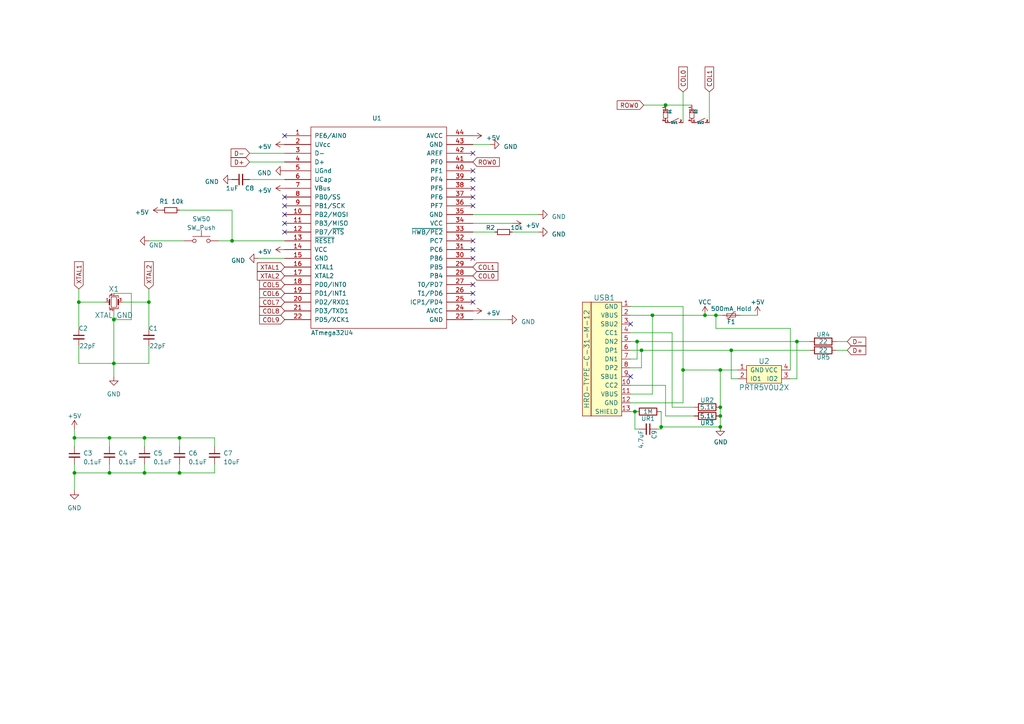
<source format=kicad_sch>
(kicad_sch (version 20230121) (generator eeschema)
  (paper "A4")
  (lib_symbols
    (symbol "Device:C_Small" (pin_numbers hide) (pin_names (offset 0.254) hide)
      (property "Reference" "C" (at 0.254 1.778 0))
      (property "Value" "C_Small" (at 0.254 -2.032 0))
      (symbol "C_Small_0_1"
        (polyline (pts (xy -1.524 -0.508) (xy 1.524 -0.508)) (stroke (width 0.3302)))
        (polyline (pts (xy -1.524 0.508) (xy 1.524 0.508)) (stroke (width 0.3048)))
      )
      (symbol "C_Small_1_1"
        (pin passive line (at 0 2.54 270) (length 2.032) (name "~") (number "1"))
        (pin passive line (at 0 -2.54 90) (length 2.032) (name "~") (number "2"))
      )
    )
    (symbol "Device:Crystal_GND24_Small" (pin_names (offset 1.016) hide)
      (property "Reference" "Y" (at 1.27 4.445 0))
      (property "Value" "Crystal_GND24_Small" (at 1.27 2.54 0))
      (symbol "Crystal_GND24_Small_0_1"
        (rectangle (start -0.762 -1.524) (end 0.762 1.524))
        (polyline (pts (xy -1.27 -0.762) (xy -1.27 0.762)) (stroke (width 0.381)))
        (polyline (pts (xy 1.27 -0.762) (xy 1.27 0.762)) (stroke (width 0.381)))
        (polyline (pts (xy -1.27 -1.27) (xy -1.27 -1.905) (xy 1.27 -1.905) (xy 1.27 -1.27)))
        (polyline (pts (xy -1.27 1.27) (xy -1.27 1.905) (xy 1.27 1.905) (xy 1.27 1.27)))
      )
      (symbol "Crystal_GND24_Small_1_1"
        (pin passive line (at -2.54 0 0) (length 1.27) (name "1") (number "1"))
        (pin passive line (at 0 -2.54 90) (length 0.635) (name "2") (number "2"))
        (pin passive line (at 2.54 0 180) (length 1.27) (name "3") (number "3"))
        (pin passive line (at 0 2.54 270) (length 0.635) (name "4") (number "4"))
      )
    )
    (symbol "Device:R_Small" (pin_numbers hide) (pin_names (offset 0.254) hide)
      (property "Reference" "R" (at 0.762 0.508 0))
      (property "Value" "R_Small" (at 0.762 -1.016 0))
      (symbol "R_Small_0_1"
        (rectangle (start -0.762 1.778) (end 0.762 -1.778) (stroke (width 0.2032)))
      )
      (symbol "R_Small_1_1"
        (pin passive line (at 0 2.54 270) (length 0.762) (name "~") (number "1"))
        (pin passive line (at 0 -2.54 90) (length 0.762) (name "~") (number "2"))
      )
    )
    (symbol "Switch:SW_Push" (pin_numbers hide) (pin_names (offset 1.016) hide)
      (property "Reference" "SW" (at 1.27 2.54 0))
      (property "Value" "SW_Push" (at 0 -1.524 0))
      (symbol "SW_Push_0_1"
        (circle (center -2.032 0) (radius 0.508))
        (polyline (pts (xy 0 1.27) (xy 0 3.048)))
        (polyline (pts (xy 2.54 1.27) (xy -2.54 1.27)))
        (circle (center 2.032 0) (radius 0.508))
        (pin passive line (at -5.08 0 0) (length 2.54) (name "1") (number "1"))
        (pin passive line (at 5.08 0 180) (length 2.54) (name "2") (number "2"))
      )
    )
    (symbol "Type-C:HRO-TYPE-C-31-M-12" (pin_names (offset 1.016))
      (property "Reference" "USB" (at -5.08 16.51 0))
      (property "Value" "HRO-TYPE-C-31-M-12" (at -10.16 -1.27 90))
      (symbol "HRO-TYPE-C-31-M-12_0_1"
        (rectangle (start -11.43 15.24) (end -8.89 -17.78) (fill (type background)))
        (rectangle (start 0 -17.78) (end -8.89 15.24) (fill (type background)))
      )
      (symbol "HRO-TYPE-C-31-M-12_1_1"
        (pin input line (at 2.54 13.97 180) (length 2.54) (name "GND") (number "1"))
        (pin input line (at 2.54 -8.89 180) (length 2.54) (name "CC2") (number "10"))
        (pin input line (at 2.54 -11.43 180) (length 2.54) (name "VBUS") (number "11"))
        (pin input line (at 2.54 -13.97 180) (length 2.54) (name "GND") (number "12"))
        (pin input line (at 2.54 -16.51 180) (length 2.54) (name "SHIELD") (number "13"))
        (pin input line (at 2.54 11.43 180) (length 2.54) (name "VBUS") (number "2"))
        (pin input line (at 2.54 8.89 180) (length 2.54) (name "SBU2") (number "3"))
        (pin input line (at 2.54 6.35 180) (length 2.54) (name "CC1") (number "4"))
        (pin input line (at 2.54 3.81 180) (length 2.54) (name "DN2") (number "5"))
        (pin input line (at 2.54 1.27 180) (length 2.54) (name "DP1") (number "6"))
        (pin input line (at 2.54 -1.27 180) (length 2.54) (name "DN1") (number "7"))
        (pin input line (at 2.54 -3.81 180) (length 2.54) (name "DP2") (number "8"))
        (pin input line (at 2.54 -6.35 180) (length 2.54) (name "SBU1") (number "9"))
      )
    )
    (symbol "ai03-locallib:PRTR5V0U2X" (pin_names (offset 1.016))
      (property "Reference" "U" (at 0 3.81 0))
      (property "Value" "PRTR5V0U2X" (at 0 -3.81 0))
      (symbol "PRTR5V0U2X_0_1"
        (rectangle (start -5.08 2.54) (end 5.08 -2.54) (fill (type background)))
      )
      (symbol "PRTR5V0U2X_1_1"
        (pin input line (at -7.62 1.27 0) (length 2.54) (name "GND") (number "1"))
        (pin input line (at -7.62 -1.27 0) (length 2.54) (name "IO1") (number "2"))
        (pin input line (at 7.62 -1.27 180) (length 2.54) (name "IO2") (number "3"))
        (pin input line (at 7.62 1.27 180) (length 2.54) (name "VCC") (number "4"))
      )
    )
    (symbol "cpm43-rescue:C_Small-device" (pin_numbers hide) (pin_names (offset 0.254) hide)
      (property "Reference" "C" (at 0.254 1.778 0))
      (property "Value" "device:C_Small" (at 0.254 -2.032 0))
      (symbol "C_Small-device_0_1"
        (polyline (pts (xy -1.524 -0.508) (xy 1.524 -0.508)) (stroke (width 0.3302)))
        (polyline (pts (xy -1.524 0.508) (xy 1.524 0.508)) (stroke (width 0.3048)))
      )
      (symbol "C_Small-device_1_1"
        (pin passive line (at 0 2.54 270) (length 2.032) (name "~") (number "1"))
        (pin passive line (at 0 -2.54 90) (length 2.032) (name "~") (number "2"))
      )
    )
    (symbol "cpm43-rescue:GND-power" (power) (pin_names (offset 0))
      (property "Value" "GND-power" (at 0 -3.81 0))
      (symbol "GND-power_0_1"
        (polyline (pts (xy 0 0) (xy 0 -1.27) (xy 1.27 -1.27) (xy 0 -2.54) (xy -1.27 -1.27) (xy 0 -1.27)))
      )
      (symbol "GND-power_1_1"
        (pin power_in line (at 0 0 270) (length 0) hide (name "GND") (number "1"))
      )
    )
    (symbol "cpm43-rescue:Polyfuse_Small-device" (pin_numbers hide) (pin_names (offset 0))
      (property "Reference" "F" (at -1.905 0 90))
      (property "Value" "device:Polyfuse_Small" (at 1.905 0 90))
      (symbol "Polyfuse_Small-device_0_1"
        (rectangle (start -0.508 1.27) (end 0.508 -1.27))
        (polyline (pts (xy 0 2.54) (xy 0 -2.54)))
        (polyline (pts (xy -1.016 1.27) (xy -1.016 0.762) (xy 1.016 -0.762) (xy 1.016 -1.27)))
      )
      (symbol "Polyfuse_Small-device_1_1"
        (pin passive line (at 0 2.54 270) (length 0.635) (name "~") (number "1"))
        (pin passive line (at 0 -2.54 90) (length 0.635) (name "~") (number "2"))
      )
    )
    (symbol "cpm43-rescue:R-device" (pin_numbers hide) (pin_names (offset 0))
      (property "Reference" "R" (at 2.032 0 90))
      (property "Value" "device:R" (at 0 0 90))
      (symbol "R-device_0_1"
        (rectangle (start -1.016 -2.54) (end 1.016 2.54) (stroke (width 0.254)))
      )
      (symbol "R-device_1_1"
        (pin passive line (at 0 3.81 270) (length 1.27) (name "~") (number "1"))
        (pin passive line (at 0 -3.81 90) (length 1.27) (name "~") (number "2"))
      )
    )
    (symbol "hazel:D"
      (property "Reference" "D4" (at -1.27 0 0))
      (symbol "D_0_1"
        (rectangle (start -1.27 0.635) (end 1.27 -0.635))
        (polyline (pts (xy 0.96 0.64) (xy 0.96 -0.63)))
        (polyline (pts (xy 0.32 0.64) (xy 0.32 -0.63) (xy 0.955 0.005) (xy 0.32 0.64) (xy 0.32 0.64)))
      )
      (symbol "D_1_1"
        (pin input line (at 2.54 0 180) (length 1.27) (name "") (number "1"))
        (pin output line (at -2.54 0 0) (length 1.27) (name "") (number "2"))
      )
    )
    (symbol "hazel:SW"
      (property "Reference" "SW" (at 0 -1.27 0))
      (property "Value" "SW" (at 0 2.54 0))
      (symbol "SW_0_1"
        (polyline (pts (xy -1.27 0) (xy 1.27 1.27)))
      )
      (symbol "SW_1_1"
        (pin bidirectional line (at -2.54 0 0) (length 1.27) (name "") (number "1"))
        (pin bidirectional line (at 2.54 0 180) (length 1.27) (name "") (number "2"))
      )
    )
    (symbol "keyboard_parts:ATMEGA32U4" (pin_names (offset 1.016))
      (property "Reference" "U" (at 0 -31.75 0))
      (property "Value" "ATMEGA32U4" (at 0 31.75 0))
      (symbol "ATMEGA32U4_0_1"
        (rectangle (start 20.32 29.21) (end -19.05 -29.21))
      )
      (symbol "ATMEGA32U4_1_1"
        (pin bidirectional line (at -26.67 26.67 0) (length 7.62) (name "PE6/AIN0") (number "1"))
        (pin bidirectional line (at -26.67 3.81 0) (length 7.62) (name "PB2/MOSI") (number "10"))
        (pin bidirectional line (at -26.67 1.27 0) (length 7.62) (name "PB3/MISO") (number "11"))
        (pin bidirectional line (at -26.67 -1.27 0) (length 7.62) (name "PB7/~{RTS}") (number "12"))
        (pin input line (at -26.67 -3.81 0) (length 7.62) (name "~{RESET}") (number "13"))
        (pin power_in line (at -26.67 -6.35 0) (length 7.62) (name "VCC") (number "14"))
        (pin power_in line (at -26.67 -8.89 0) (length 7.62) (name "GND") (number "15"))
        (pin input line (at -26.67 -11.43 0) (length 7.62) (name "XTAL1") (number "16"))
        (pin output line (at -26.67 -13.97 0) (length 7.62) (name "XTAL2") (number "17"))
        (pin bidirectional line (at -26.67 -16.51 0) (length 7.62) (name "PD0/INT0") (number "18"))
        (pin bidirectional line (at -26.67 -19.05 0) (length 7.62) (name "PD1/INT1") (number "19"))
        (pin power_in line (at -26.67 24.13 0) (length 7.62) (name "UVcc") (number "2"))
        (pin bidirectional line (at -26.67 -21.59 0) (length 7.62) (name "PD2/RXD1") (number "20"))
        (pin bidirectional line (at -26.67 -24.13 0) (length 7.62) (name "PD3/TXD1") (number "21"))
        (pin bidirectional line (at -26.67 -26.67 0) (length 7.62) (name "PD5/XCK1") (number "22"))
        (pin power_in line (at 27.94 -26.67 180) (length 7.62) (name "GND") (number "23"))
        (pin power_in line (at 27.94 -24.13 180) (length 7.62) (name "AVCC") (number "24"))
        (pin bidirectional line (at 27.94 -21.59 180) (length 7.62) (name "ICP1/PD4") (number "25"))
        (pin bidirectional line (at 27.94 -19.05 180) (length 7.62) (name "T1/PD6") (number "26"))
        (pin bidirectional line (at 27.94 -16.51 180) (length 7.62) (name "T0/PD7") (number "27"))
        (pin bidirectional line (at 27.94 -13.97 180) (length 7.62) (name "PB4") (number "28"))
        (pin bidirectional line (at 27.94 -11.43 180) (length 7.62) (name "PB5") (number "29"))
        (pin bidirectional line (at -26.67 21.59 0) (length 7.62) (name "D-") (number "3"))
        (pin bidirectional line (at 27.94 -8.89 180) (length 7.62) (name "PB6") (number "30"))
        (pin bidirectional line (at 27.94 -6.35 180) (length 7.62) (name "PC6") (number "31"))
        (pin bidirectional line (at 27.94 -3.81 180) (length 7.62) (name "PC7") (number "32"))
        (pin bidirectional line (at 27.94 -1.27 180) (length 7.62) (name "~{HWB/PE2}") (number "33"))
        (pin power_in line (at 27.94 1.27 180) (length 7.62) (name "VCC") (number "34"))
        (pin power_in line (at 27.94 3.81 180) (length 7.62) (name "GND") (number "35"))
        (pin bidirectional line (at 27.94 6.35 180) (length 7.62) (name "PF7") (number "36"))
        (pin bidirectional line (at 27.94 8.89 180) (length 7.62) (name "PF6") (number "37"))
        (pin bidirectional line (at 27.94 11.43 180) (length 7.62) (name "PF5") (number "38"))
        (pin bidirectional line (at 27.94 13.97 180) (length 7.62) (name "PF4") (number "39"))
        (pin bidirectional line (at -26.67 19.05 0) (length 7.62) (name "D+") (number "4"))
        (pin bidirectional line (at 27.94 16.51 180) (length 7.62) (name "PF1") (number "40"))
        (pin bidirectional line (at 27.94 19.05 180) (length 7.62) (name "PF0") (number "41"))
        (pin input line (at 27.94 21.59 180) (length 7.62) (name "AREF") (number "42"))
        (pin power_in line (at 27.94 24.13 180) (length 7.62) (name "GND") (number "43"))
        (pin power_in line (at 27.94 26.67 180) (length 7.62) (name "AVCC") (number "44"))
        (pin power_in line (at -26.67 16.51 0) (length 7.62) (name "UGnd") (number "5"))
        (pin input line (at -26.67 13.97 0) (length 7.62) (name "UCap") (number "6"))
        (pin input line (at -26.67 11.43 0) (length 7.62) (name "VBus") (number "7"))
        (pin bidirectional line (at -26.67 8.89 0) (length 7.62) (name "PB0/SS") (number "8"))
        (pin bidirectional line (at -26.67 6.35 0) (length 7.62) (name "PB1/SCK") (number "9"))
      )
    )
    (symbol "power:+5V" (power) (pin_names (offset 0))
      (property "Value" "+5V" (at 0 3.556 0))
      (symbol "+5V_0_1"
        (polyline (pts (xy -0.762 1.27) (xy 0 2.54)))
        (polyline (pts (xy 0 0) (xy 0 2.54)))
        (polyline (pts (xy 0 2.54) (xy 0.762 1.27)))
      )
      (symbol "+5V_1_1"
        (pin power_in line (at 0 0 90) (length 0) hide (name "+5V") (number "1"))
      )
    )
    (symbol "power:GND" (power) (pin_names (offset 0))
      (property "Value" "GND" (at 0 -3.81 0))
      (symbol "GND_0_1"
        (polyline (pts (xy 0 0) (xy 0 -1.27) (xy 1.27 -1.27) (xy 0 -2.54) (xy -1.27 -1.27) (xy 0 -1.27)))
      )
      (symbol "GND_1_1"
        (pin power_in line (at 0 0 270) (length 0) hide (name "GND") (number "1"))
      )
    )
    (symbol "power:VCC" (power) (pin_names (offset 0))
      (property "Value" "VCC" (at 0 3.81 0))
      (symbol "VCC_0_1"
        (polyline (pts (xy -0.762 1.27) (xy 0 2.54)))
        (polyline (pts (xy 0 0) (xy 0 2.54)))
        (polyline (pts (xy 0 2.54) (xy 0.762 1.27)))
      )
      (symbol "VCC_1_1"
        (pin power_in line (at 0 0 90) (length 0) hide (name "VCC") (number "1"))
      )
    )
  )
  (junction (at 52.07 137.16))
  (junction (at 21.59 127))
  (junction (at 184.15 119.38))
  (junction (at 41.91 127))
  (junction (at 208.915 120.65))
  (junction (at 193.04 30.48))
  (junction (at 21.59 137.16))
  (junction (at 43.18 87.63))
  (junction (at 52.07 127))
  (junction (at 189.23 91.44))
  (junction (at 191.77 123.825))
  (junction (at 208.915 118.11))
  (junction (at 41.91 137.16))
  (junction (at 231.14 99.06))
  (junction (at 184.785 99.06))
  (junction (at 208.915 107.315))
  (junction (at 31.75 137.16))
  (junction (at 208.915 123.825))
  (junction (at 33.02 105.41))
  (junction (at 22.86 87.63))
  (junction (at 207.645 91.44))
  (junction (at 31.75 127))
  (junction (at 212.09 101.6))
  (junction (at 33.02 92.71))
  (junction (at 198.12 107.315))
  (junction (at 204.47 91.44))
  (junction (at 67.31 69.85))
  (junction (at 186.055 101.6))
  (no_connect (at 82.55 39.37))
  (no_connect (at 82.55 62.23))
  (no_connect (at 137.16 57.15))
  (no_connect (at 82.55 64.77))
  (no_connect (at 137.16 59.69))
  (no_connect (at 137.16 54.61))
  (no_connect (at 137.16 74.93))
  (no_connect (at 137.16 69.85))
  (no_connect (at 82.55 57.15))
  (no_connect (at 137.16 72.39))
  (no_connect (at 82.55 59.69))
  (no_connect (at 137.16 82.55))
  (no_connect (at 137.16 87.63))
  (no_connect (at 137.16 52.07))
  (no_connect (at 137.16 49.53))
  (no_connect (at 137.16 85.09))
  (no_connect (at 182.88 93.98))
  (no_connect (at 182.88 109.22))
  (no_connect (at 137.16 44.45))
  (no_connect (at 82.55 67.31))
  (wire (pts (xy 52.07 60.96) (xy 67.31 60.96)))
  (wire (pts (xy 205.74 26.67) (xy 205.74 35.56)))
  (wire (pts (xy 214.63 91.44) (xy 219.71 91.44)))
  (wire (pts (xy 184.785 99.06) (xy 231.14 99.06)))
  (wire (pts (xy 207.645 91.44) (xy 207.645 95.25)))
  (wire (pts (xy 242.57 99.06) (xy 245.745 99.06)))
  (wire (pts (xy 182.88 111.76) (xy 193.04 111.76)))
  (wire (pts (xy 67.31 69.85) (xy 82.55 69.85)))
  (wire (pts (xy 208.915 118.11) (xy 208.915 107.315)))
  (wire (pts (xy 204.47 91.44) (xy 207.645 91.44)))
  (wire (pts (xy 207.645 91.44) (xy 209.55 91.44)))
  (wire (pts (xy 229.235 107.315) (xy 229.235 95.25)))
  (wire (pts (xy 74.93 74.93) (xy 82.55 74.93)))
  (wire (pts (xy 213.995 107.315) (xy 208.915 107.315)))
  (wire (pts (xy 31.75 137.16) (xy 31.75 134.62)))
  (wire (pts (xy 72.39 52.07) (xy 82.55 52.07)))
  (wire (pts (xy 21.59 137.16) (xy 21.59 134.62)))
  (wire (pts (xy 212.09 109.855) (xy 212.09 101.6)))
  (wire (pts (xy 137.16 62.23) (xy 156.21 62.23)))
  (wire (pts (xy 198.12 107.315) (xy 198.12 116.84)))
  (wire (pts (xy 33.02 85.09) (xy 38.1 85.09)))
  (wire (pts (xy 21.59 124.46) (xy 21.59 127)))
  (wire (pts (xy 41.91 127) (xy 41.91 129.54)))
  (wire (pts (xy 21.59 137.16) (xy 31.75 137.16)))
  (wire (pts (xy 231.14 109.855) (xy 231.14 99.06)))
  (wire (pts (xy 189.23 91.44) (xy 204.47 91.44)))
  (wire (pts (xy 186.69 30.48) (xy 193.04 30.48)))
  (wire (pts (xy 182.88 101.6) (xy 186.055 101.6)))
  (wire (pts (xy 38.1 85.09) (xy 38.1 92.71)))
  (wire (pts (xy 229.235 95.25) (xy 207.645 95.25)))
  (wire (pts (xy 198.12 88.9) (xy 198.12 107.315)))
  (wire (pts (xy 35.56 87.63) (xy 43.18 87.63)))
  (wire (pts (xy 33.02 105.41) (xy 22.86 105.41)))
  (wire (pts (xy 198.12 26.67) (xy 198.12 35.56)))
  (wire (pts (xy 31.75 127) (xy 31.75 129.54)))
  (wire (pts (xy 63.5 69.85) (xy 67.31 69.85)))
  (wire (pts (xy 43.18 87.63) (xy 43.18 95.25)))
  (wire (pts (xy 191.77 123.825) (xy 208.915 123.825)))
  (wire (pts (xy 184.785 104.14) (xy 184.785 99.06)))
  (wire (pts (xy 52.07 137.16) (xy 62.23 137.16)))
  (wire (pts (xy 22.86 100.33) (xy 22.86 105.41)))
  (wire (pts (xy 21.59 127) (xy 21.59 129.54)))
  (wire (pts (xy 137.16 41.91) (xy 142.24 41.91)))
  (wire (pts (xy 43.18 100.33) (xy 43.18 105.41)))
  (wire (pts (xy 229.235 109.855) (xy 231.14 109.855)))
  (wire (pts (xy 33.02 92.71) (xy 33.02 105.41)))
  (wire (pts (xy 182.88 96.52) (xy 194.945 96.52)))
  (wire (pts (xy 31.75 137.16) (xy 41.91 137.16)))
  (wire (pts (xy 189.23 114.3) (xy 189.23 91.44)))
  (wire (pts (xy 52.07 137.16) (xy 52.07 134.62)))
  (wire (pts (xy 194.945 118.11) (xy 194.945 96.52)))
  (wire (pts (xy 182.88 114.3) (xy 189.23 114.3)))
  (wire (pts (xy 184.15 119.38) (xy 182.88 119.38)))
  (wire (pts (xy 22.86 87.63) (xy 22.86 95.25)))
  (wire (pts (xy 148.59 64.77) (xy 137.16 64.77)))
  (wire (pts (xy 33.02 90.17) (xy 33.02 92.71)))
  (wire (pts (xy 148.59 67.31) (xy 156.21 67.31)))
  (wire (pts (xy 62.23 137.16) (xy 62.23 134.62)))
  (wire (pts (xy 53.34 69.85) (xy 43.18 69.85)))
  (wire (pts (xy 208.915 118.11) (xy 208.915 120.65)))
  (wire (pts (xy 72.39 46.99) (xy 82.55 46.99)))
  (wire (pts (xy 201.295 118.11) (xy 194.945 118.11)))
  (wire (pts (xy 62.23 127) (xy 62.23 129.54)))
  (wire (pts (xy 191.77 124.46) (xy 190.5 124.46)))
  (wire (pts (xy 198.12 116.84) (xy 182.88 116.84)))
  (wire (pts (xy 231.14 99.06) (xy 234.95 99.06)))
  (wire (pts (xy 21.59 137.16) (xy 21.59 142.24)))
  (wire (pts (xy 21.59 127) (xy 31.75 127)))
  (wire (pts (xy 43.18 105.41) (xy 33.02 105.41)))
  (wire (pts (xy 22.86 83.82) (xy 22.86 87.63)))
  (wire (pts (xy 182.88 99.06) (xy 184.785 99.06)))
  (wire (pts (xy 72.39 44.45) (xy 82.55 44.45)))
  (wire (pts (xy 31.75 127) (xy 41.91 127)))
  (wire (pts (xy 191.77 119.38) (xy 191.77 123.825)))
  (wire (pts (xy 182.88 104.14) (xy 184.785 104.14)))
  (wire (pts (xy 242.57 101.6) (xy 245.745 101.6)))
  (wire (pts (xy 184.15 124.46) (xy 184.15 119.38)))
  (wire (pts (xy 198.12 107.315) (xy 208.915 107.315)))
  (wire (pts (xy 182.88 88.9) (xy 198.12 88.9)))
  (wire (pts (xy 193.04 30.48) (xy 200.66 30.48)))
  (wire (pts (xy 41.91 137.16) (xy 52.07 137.16)))
  (wire (pts (xy 41.91 137.16) (xy 41.91 134.62)))
  (wire (pts (xy 33.02 92.71) (xy 38.1 92.71)))
  (wire (pts (xy 186.055 101.6) (xy 212.09 101.6)))
  (wire (pts (xy 43.18 83.82) (xy 43.18 87.63)))
  (wire (pts (xy 182.88 91.44) (xy 189.23 91.44)))
  (wire (pts (xy 52.07 127) (xy 62.23 127)))
  (wire (pts (xy 22.86 87.63) (xy 30.48 87.63)))
  (wire (pts (xy 191.77 123.825) (xy 191.77 124.46)))
  (wire (pts (xy 208.915 120.65) (xy 208.915 123.825)))
  (wire (pts (xy 137.16 67.31) (xy 143.51 67.31)))
  (wire (pts (xy 137.16 92.71) (xy 147.32 92.71)))
  (wire (pts (xy 193.04 111.76) (xy 193.04 120.65)))
  (wire (pts (xy 186.055 106.68) (xy 186.055 101.6)))
  (wire (pts (xy 182.88 106.68) (xy 186.055 106.68)))
  (wire (pts (xy 193.04 120.65) (xy 201.295 120.65)))
  (wire (pts (xy 185.42 124.46) (xy 184.15 124.46)))
  (wire (pts (xy 52.07 127) (xy 52.07 129.54)))
  (wire (pts (xy 213.995 109.855) (xy 212.09 109.855)))
  (wire (pts (xy 67.31 60.96) (xy 67.31 69.85)))
  (wire (pts (xy 33.02 105.41) (xy 33.02 109.22)))
  (wire (pts (xy 41.91 127) (xy 52.07 127)))
  (wire (pts (xy 212.09 101.6) (xy 234.95 101.6)))
  (global_label "COL1" (shape input) (at 137.16 77.47 0) (property "Intersheetrefs" "${INTERSHEET_REFS}" (effects hide)))
  (global_label "COL5" (shape input) (at 82.55 82.55 180) (property "Intersheetrefs" "${INTERSHEET_REFS}" (effects hide)))
  (global_label "COL9" (shape input) (at 82.55 92.71 180) (property "Intersheetrefs" "${INTERSHEET_REFS}" (effects hide)))
  (global_label "COL0" (shape input) (at 198.12 26.67 90) (property "Intersheetrefs" "${INTERSHEET_REFS}" (effects hide)))
  (global_label "COL7" (shape input) (at 82.55 87.63 180) (property "Intersheetrefs" "${INTERSHEET_REFS}" (effects hide)))
  (global_label "ROW0" (shape input) (at 186.69 30.48 180) (property "Intersheetrefs" "${INTERSHEET_REFS}" (effects hide)))
  (global_label "D-" (shape input) (at 245.745 99.06 0) (effects (font (size 1.2954 1.2954))) (property "Intersheetrefs" "${INTERSHEET_REFS}" (effects hide)))
  (global_label "COL6" (shape input) (at 82.55 85.09 180) (property "Intersheetrefs" "${INTERSHEET_REFS}" (effects hide)))
  (global_label "XTAL1" (shape input) (at 22.86 83.82 90) (property "Intersheetrefs" "${INTERSHEET_REFS}" (effects hide)))
  (global_label "COL1" (shape input) (at 205.74 26.67 90) (property "Intersheetrefs" "${INTERSHEET_REFS}" (effects hide)))
  (global_label "XTAL2" (shape input) (at 82.55 80.01 180) (property "Intersheetrefs" "${INTERSHEET_REFS}" (effects hide)))
  (global_label "COL0" (shape input) (at 137.16 80.01 0) (property "Intersheetrefs" "${INTERSHEET_REFS}" (effects hide)))
  (global_label "ROW0" (shape input) (at 137.16 46.99 0) (property "Intersheetrefs" "${INTERSHEET_REFS}" (effects hide)))
  (global_label "XTAL1" (shape input) (at 82.55 77.47 180) (property "Intersheetrefs" "${INTERSHEET_REFS}" (effects hide)))
  (global_label "COL8" (shape input) (at 82.55 90.17 180) (property "Intersheetrefs" "${INTERSHEET_REFS}" (effects hide)))
  (global_label "D+" (shape input) (at 245.745 101.6 0) (effects (font (size 1.2954 1.2954))) (property "Intersheetrefs" "${INTERSHEET_REFS}" (effects hide)))
  (global_label "D-" (shape input) (at 72.39 44.45 180) (effects (font (size 1.2954 1.2954))) (property "Intersheetrefs" "${INTERSHEET_REFS}" (effects hide)))
  (global_label "D+" (shape input) (at 72.39 46.99 180) (effects (font (size 1.2954 1.2954))) (property "Intersheetrefs" "${INTERSHEET_REFS}" (effects hide)))
  (global_label "XTAL2" (shape input) (at 43.18 83.82 90) (property "Intersheetrefs" "${INTERSHEET_REFS}" (effects hide)))
  (symbol (lib_id "Device:R_Small") (at 146.05 67.31 90) (unit 1)
    (property "Reference" "R2" (at 142.24 66.04 90))
    (property "Value" "10k" (at 149.86 66.04 90))
    (property "Footprint" "Resistor_SMD:R_0805_2012Metric" (effects hide))
  )
  (symbol (lib_id "power:GND") (at 67.31 52.07 270) (unit 1)
    (property "Reference" "#PWR04" (effects hide))
    (property "Value" "GND" (at 63.5 52.705 90) (effects (justify right)))
  )
  (symbol (lib_id "cpm43-rescue:GND-power") (at 208.915 123.825 0) (unit 1)
    (property "Reference" "#PWR011" (effects hide))
    (property "Value" "GND" (at 209.042 128.2192 0))
  )
  (symbol (lib_id "power:GND") (at 82.55 49.53 270) (unit 1)
    (property "Reference" "#PWR013" (effects hide))
    (property "Value" "GND" (at 78.74 50.165 90) (effects (justify right)))
  )
  (symbol (lib_id "Device:C_Small") (at 43.18 97.79 0) (mirror x) (unit 1)
    (property "Reference" "C1" (at 44.45 95.25 0))
    (property "Value" "22pF" (at 45.72 100.33 0))
    (property "Footprint" "Capacitor_SMD:C_0805_2012Metric" (effects hide))
  )
  (symbol (lib_id "Device:C_Small") (at 22.86 97.79 0) (mirror y) (unit 1)
    (property "Reference" "C2" (at 24.13 95.25 0))
    (property "Value" "22pF" (at 25.4 100.33 0))
    (property "Footprint" "Capacitor_SMD:C_0805_2012Metric" (effects hide))
  )
  (symbol (lib_id "Device:C_Small") (at 41.91 132.08 0) (unit 1)
    (property "Reference" "C5" (at 44.45 131.4513 0) (effects (justify left)))
    (property "Value" "0.1uF" (at 44.45 133.9913 0) (effects (justify left)))
    (property "Footprint" "Capacitor_SMD:C_0805_2012Metric" (effects hide))
  )
  (symbol (lib_id "cpm43-rescue:R-device") (at 238.76 101.6 270) (unit 1)
    (property "Reference" "UR5" (at 238.76 103.632 90))
    (property "Value" "22" (at 238.76 101.6 90))
    (property "Footprint" "Keebio-Parts:R_0805" (effects hide))
  )
  (symbol (lib_id "power:GND") (at 43.18 69.85 270) (unit 1)
    (property "Reference" "#PWR09" (effects hide))
    (property "Value" "GND" (at 43.18 71.12 90) (effects (justify left)))
  )
  (symbol (lib_id "power:GND") (at 21.59 142.24 0) (unit 1)
    (property "Reference" "#PWR06" (effects hide))
    (property "Value" "GND" (at 21.59 147.32 0))
  )
  (symbol (lib_id "cpm43-rescue:R-device") (at 238.76 99.06 90) (unit 1)
    (property "Reference" "UR4" (at 238.76 97.028 90))
    (property "Value" "22" (at 238.76 99.06 90))
    (property "Footprint" "Keebio-Parts:R_0805" (effects hide))
  )
  (symbol (lib_id "Device:R_Small") (at 49.53 60.96 90) (unit 1)
    (property "Reference" "R1" (at 48.895 58.42 90) (effects (justify left)))
    (property "Value" "10k" (at 53.34 58.42 90) (effects (justify left)))
    (property "Footprint" "Resistor_SMD:R_0805_2012Metric" (effects hide))
  )
  (symbol (lib_id "cpm43-rescue:C_Small-device") (at 187.96 124.46 270) (unit 1)
    (property "Reference" "C9" (at 189.738 124.714 0) (effects (justify left)))
    (property "Value" "4.7uF" (at 185.928 124.714 0) (effects (justify left)))
    (property "Footprint" "Capacitor_SMD:C_0805_2012Metric" (effects hide))
  )
  (symbol (lib_id "cpm43-rescue:Polyfuse_Small-device") (at 212.09 91.44 90) (unit 1)
    (property "Reference" "F1" (at 212.09 93.345 90))
    (property "Value" "500mA Hold" (at 212.09 89.535 90))
    (property "Footprint" "Fuse:Fuse_1206_3216Metric" (effects hide))
  )
  (symbol (lib_id "Device:Crystal_GND24_Small") (at 33.02 87.63 0) (unit 1)
    (property "Reference" "X1" (at 33.02 83.82 0) (effects (font (size 1.524 1.524))))
    (property "Value" "XTAL_GND" (at 33.02 91.44 0) (effects (font (size 1.524 1.524))))
    (property "Footprint" "Crystal:Crystal_SMD_SeikoEpson_FA238-4Pin_3.2x2.5mm" (effects hide))
  )
  (symbol (lib_id "power:GND") (at 156.21 62.23 90) (unit 1)
    (property "Reference" "#PWR01" (effects hide))
    (property "Value" "GND" (at 160.02 62.865 90) (effects (justify right)))
  )
  (symbol (lib_id "power:GND") (at 142.24 41.91 90) (unit 1)
    (property "Reference" "#PWR05" (effects hide))
    (property "Value" "GND" (at 146.05 42.545 90) (effects (justify right)))
  )
  (symbol (lib_id "power:+5V") (at 137.16 39.37 270) (unit 1)
    (property "Reference" "#PWR019" (effects hide))
    (property "Value" "+5V" (at 140.97 40.005 90) (effects (justify left)))
  )
  (symbol (lib_id "ai03-locallib:PRTR5V0U2X") (at 221.615 108.585 0) (unit 1)
    (property "Reference" "U2" (at 221.615 104.775 0) (effects (font (size 1.524 1.524))))
    (property "Value" "PRTR5V0U2X" (at 221.615 112.395 0) (effects (font (size 1.524 1.524))))
    (property "Footprint" "Keebio-Parts:SOT-143B" (effects hide))
  )
  (symbol (lib_id "Device:C_Small") (at 69.85 52.07 90) (unit 1)
    (property "Reference" "C8" (at 72.39 54.61 90))
    (property "Value" "1uF" (at 67.31 54.61 90))
    (property "Footprint" "Capacitor_SMD:C_0805_2012Metric" (effects hide))
  )
  (symbol (lib_id "power:+5V") (at 137.16 90.17 270) (unit 1)
    (property "Reference" "#PWR022" (effects hide))
    (property "Value" "+5V" (at 140.97 90.805 90) (effects (justify left)))
  )
  (symbol (lib_id "power:+5V") (at 46.99 60.96 90) (unit 1)
    (property "Reference" "#PWR014" (effects hide))
    (property "Value" "+5V" (at 43.18 61.595 90) (effects (justify left)))
  )
  (symbol (lib_id "Switch:SW_Push") (at 58.42 69.85 0) (unit 1)
    (property "Reference" "SW50" (at 58.42 63.5 0))
    (property "Value" "SW_Push" (at 58.42 66.04 0))
    (property "Footprint" "random-keyboard-parts:SKQG-1155865" (effects hide))
  )
  (symbol (lib_id "cpm43-rescue:R-device") (at 205.105 120.65 270) (unit 1)
    (property "Reference" "UR3" (at 205.105 122.682 90))
    (property "Value" "5.1k" (at 205.105 120.65 90))
    (property "Footprint" "Keebio-Parts:R_0805" (effects hide))
  )
  (symbol (lib_id "cpm43-rescue:R-device") (at 205.105 118.11 90) (unit 1)
    (property "Reference" "UR2" (at 205.105 116.078 90))
    (property "Value" "5.1k" (at 205.105 118.11 90))
    (property "Footprint" "Keebio-Parts:R_0805" (effects hide))
  )
  (symbol (lib_id "power:+5V") (at 82.55 54.61 90) (unit 1)
    (property "Reference" "#PWR017" (effects hide))
    (property "Value" "+5V" (at 78.74 55.245 90) (effects (justify left)))
  )
  (symbol (lib_id "Device:C_Small") (at 62.23 132.08 0) (unit 1)
    (property "Reference" "C7" (at 64.77 131.4513 0) (effects (justify left)))
    (property "Value" "10uF" (at 64.77 133.9913 0) (effects (justify left)))
    (property "Footprint" "Capacitor_SMD:C_0805_2012Metric" (effects hide))
  )
  (symbol (lib_id "Device:C_Small") (at 21.59 132.08 0) (unit 1)
    (property "Reference" "C3" (at 24.13 131.4513 0) (effects (justify left)))
    (property "Value" "0.1uF" (at 24.13 133.9913 0) (effects (justify left)))
    (property "Footprint" "Capacitor_SMD:C_0805_2012Metric" (effects hide))
  )
  (symbol (lib_id "power:+5V") (at 219.71 91.44 0) (unit 1)
    (property "Reference" "#PWR012" (effects hide))
    (property "Value" "+5V" (at 219.71 87.63 0))
  )
  (symbol (lib_id "power:GND") (at 147.32 92.71 90) (unit 1)
    (property "Reference" "#PWR07" (effects hide))
    (property "Value" "GND" (at 151.13 93.345 90) (effects (justify right)))
  )
  (symbol (lib_id "power:GND") (at 33.02 109.22 0) (unit 1)
    (property "Reference" "#PWR02" (effects hide))
    (property "Value" "GND" (at 33.02 114.3 0))
  )
  (symbol (lib_id "Device:C_Small") (at 31.75 132.08 0) (unit 1)
    (property "Reference" "C4" (at 34.29 131.4513 0) (effects (justify left)))
    (property "Value" "0.1uF" (at 34.29 133.9913 0) (effects (justify left)))
    (property "Footprint" "Capacitor_SMD:C_0805_2012Metric" (effects hide))
  )
  (symbol (lib_id "hazel:SW") (at 203.2 35.56 0) (unit 1)
    (property "Reference" "SW2" (at 203.2 35.56 0) (effects (font (size 0.64 0.64))))
    (property "Value" "SW" (effects hide))
    (property "Footprint" "miketronic_fplib:MB_KailhChoc-1U_17mm" (effects hide))
  )
  (symbol (lib_id "power:+5V") (at 21.59 124.46 0) (unit 1)
    (property "Reference" "#PWR018" (effects hide))
    (property "Value" "+5V" (at 21.59 120.65 0))
  )
  (symbol (lib_id "cpm43-rescue:R-device") (at 187.96 119.38 270) (unit 1)
    (property "Reference" "UR1" (at 187.96 121.412 90))
    (property "Value" "1M" (at 187.96 119.38 90))
    (property "Footprint" "Keebio-Parts:R_0805" (effects hide))
  )
  (symbol (lib_id "power:+5V") (at 82.55 72.39 90) (unit 1)
    (property "Reference" "#PWR015" (effects hide))
    (property "Value" "+5V" (at 78.74 73.025 90) (effects (justify left)))
  )
  (symbol (lib_id "hazel:D") (at 193.04 33.02 90) (unit 1)
    (property "Reference" "D1" (at 194.31 33.02 0) (effects (font (size 0.64 0.64)) (justify left)))
    (property "Value" "D" (effects hide))
    (property "Footprint" "miketronic_fplib:Diode-Hybrid-Back" (effects hide))
  )
  (symbol (lib_id "hazel:SW") (at 195.58 35.56 0) (unit 1)
    (property "Reference" "SW1" (at 195.58 35.56 0) (effects (font (size 0.64 0.64))))
    (property "Value" "SW" (effects hide))
    (property "Footprint" "miketronic_fplib:MB_KailhChoc-1U_17mm" (effects hide))
  )
  (symbol (lib_id "power:+5V") (at 148.59 64.77 270) (unit 1)
    (property "Reference" "#PWR020" (effects hide))
    (property "Value" "+5V" (at 152.4 65.405 90) (effects (justify left)))
  )
  (symbol (lib_id "hazel:D") (at 200.66 33.02 90) (unit 1)
    (property "Reference" "D2" (at 201.93 33.02 0) (effects (font (size 0.64 0.64)) (justify left)))
    (property "Value" "D" (effects hide))
    (property "Footprint" "miketronic_fplib:Diode-Hybrid-Back" (effects hide))
  )
  (symbol (lib_id "power:+5V") (at 82.55 41.91 90) (unit 1)
    (property "Reference" "#PWR016" (effects hide))
    (property "Value" "+5V" (at 78.74 42.545 90) (effects (justify left)))
  )
  (symbol (lib_id "power:GND") (at 74.93 74.93 270) (unit 1)
    (property "Reference" "#PWR08" (effects hide))
    (property "Value" "GND" (at 71.12 75.565 90) (effects (justify right)))
  )
  (symbol (lib_id "Type-C:HRO-TYPE-C-31-M-12") (at 180.34 102.87 0) (unit 1)
    (property "Reference" "USB1" (at 175.26 86.36 0) (effects (font (size 1.524 1.524))))
    (property "Value" "HRO-TYPE-C-31-M-12" (at 170.18 104.14 90) (effects (font (size 1.524 1.524))))
    (property "Footprint" "Keebio-Parts:HRO-TYPE-C-31-M-12-Assembly" (effects hide))
  )
  (symbol (lib_id "keyboard_parts:ATMEGA32U4") (at 109.22 66.04 0) (unit 1)
    (property "Reference" "U1" (at 107.95 34.29 0) (effects (justify left)))
    (property "Value" "ATmega32U4" (at 90.17 96.52 0) (effects (justify left)))
    (property "Footprint" "Package_QFP:TQFP-44_10x10mm_P0.8mm" (effects hide))
    (property "Datasheet" "http://ww1.microchip.com/downloads/en/DeviceDoc/Atmel-7766-8-bit-AVR-ATmega16U4-32U4_Datasheet.pdf" (effects hide))
  )
  (symbol (lib_id "Device:C_Small") (at 52.07 132.08 0) (unit 1)
    (property "Reference" "C6" (at 54.61 131.4513 0) (effects (justify left)))
    (property "Value" "0.1uF" (at 54.61 133.9913 0) (effects (justify left)))
    (property "Footprint" "Capacitor_SMD:C_0805_2012Metric" (effects hide))
  )
  (symbol (lib_id "power:VCC") (at 204.47 91.44 0) (unit 1)
    (property "Reference" "#PWR010" (effects hide))
    (property "Value" "VCC" (at 204.47 87.63 0))
  )
  (symbol (lib_id "power:GND") (at 156.21 67.31 90) (unit 1)
    (property "Reference" "#PWR03" (effects hide))
    (property "Value" "GND" (at 160.02 67.945 90) (effects (justify right)))
  )
)
</source>
